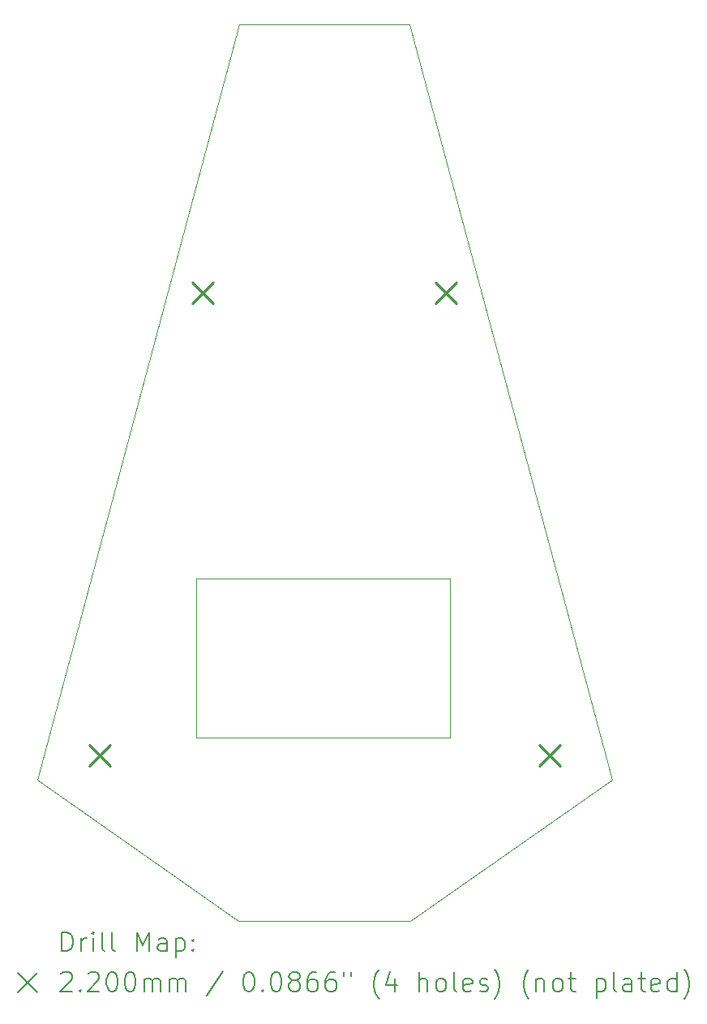
<source format=gbr>
%TF.GenerationSoftware,KiCad,Pcbnew,9.0.7*%
%TF.CreationDate,2026-02-21T19:36:55+09:00*%
%TF.ProjectId,mcu-cover,6d63752d-636f-4766-9572-2e6b69636164,rev?*%
%TF.SameCoordinates,Original*%
%TF.FileFunction,Drillmap*%
%TF.FilePolarity,Positive*%
%FSLAX45Y45*%
G04 Gerber Fmt 4.5, Leading zero omitted, Abs format (unit mm)*
G04 Created by KiCad (PCBNEW 9.0.7) date 2026-02-21 19:36:55*
%MOMM*%
%LPD*%
G01*
G04 APERTURE LIST*
%ADD10C,0.050000*%
%ADD11C,0.200000*%
%ADD12C,0.220000*%
G04 APERTURE END LIST*
D10*
X13253720Y-12984480D02*
X13253720Y-11320780D01*
X13705840Y-5542280D02*
X15483840Y-5542280D01*
X15900400Y-11320780D02*
X15900400Y-12984480D01*
X17594580Y-13418820D02*
X15486380Y-14894560D01*
X15483840Y-5542280D02*
X17594580Y-13418820D01*
X11592560Y-13423900D02*
X13692420Y-14894560D01*
X13253720Y-11320780D02*
X15900400Y-11320780D01*
X15900400Y-12984480D02*
X13253720Y-12984480D01*
X13705840Y-5542280D02*
X11592560Y-13423900D01*
X15486380Y-14894560D02*
X13693140Y-14894560D01*
D11*
D12*
X12135244Y-13053756D02*
X12355244Y-13273756D01*
X12355244Y-13053756D02*
X12135244Y-13273756D01*
X13214744Y-8227757D02*
X13434744Y-8447757D01*
X13434744Y-8227757D02*
X13214744Y-8447757D01*
X15754744Y-8227757D02*
X15974744Y-8447757D01*
X15974744Y-8227757D02*
X15754744Y-8447757D01*
X16834243Y-13053758D02*
X17054243Y-13273758D01*
X17054243Y-13053758D02*
X16834243Y-13273758D01*
D11*
X11850837Y-15208544D02*
X11850837Y-15008544D01*
X11850837Y-15008544D02*
X11898456Y-15008544D01*
X11898456Y-15008544D02*
X11927027Y-15018068D01*
X11927027Y-15018068D02*
X11946075Y-15037115D01*
X11946075Y-15037115D02*
X11955599Y-15056163D01*
X11955599Y-15056163D02*
X11965122Y-15094258D01*
X11965122Y-15094258D02*
X11965122Y-15122829D01*
X11965122Y-15122829D02*
X11955599Y-15160925D01*
X11955599Y-15160925D02*
X11946075Y-15179972D01*
X11946075Y-15179972D02*
X11927027Y-15199020D01*
X11927027Y-15199020D02*
X11898456Y-15208544D01*
X11898456Y-15208544D02*
X11850837Y-15208544D01*
X12050837Y-15208544D02*
X12050837Y-15075210D01*
X12050837Y-15113306D02*
X12060361Y-15094258D01*
X12060361Y-15094258D02*
X12069884Y-15084734D01*
X12069884Y-15084734D02*
X12088932Y-15075210D01*
X12088932Y-15075210D02*
X12107980Y-15075210D01*
X12174646Y-15208544D02*
X12174646Y-15075210D01*
X12174646Y-15008544D02*
X12165122Y-15018068D01*
X12165122Y-15018068D02*
X12174646Y-15027591D01*
X12174646Y-15027591D02*
X12184170Y-15018068D01*
X12184170Y-15018068D02*
X12174646Y-15008544D01*
X12174646Y-15008544D02*
X12174646Y-15027591D01*
X12298456Y-15208544D02*
X12279408Y-15199020D01*
X12279408Y-15199020D02*
X12269884Y-15179972D01*
X12269884Y-15179972D02*
X12269884Y-15008544D01*
X12403218Y-15208544D02*
X12384170Y-15199020D01*
X12384170Y-15199020D02*
X12374646Y-15179972D01*
X12374646Y-15179972D02*
X12374646Y-15008544D01*
X12631789Y-15208544D02*
X12631789Y-15008544D01*
X12631789Y-15008544D02*
X12698456Y-15151401D01*
X12698456Y-15151401D02*
X12765122Y-15008544D01*
X12765122Y-15008544D02*
X12765122Y-15208544D01*
X12946075Y-15208544D02*
X12946075Y-15103782D01*
X12946075Y-15103782D02*
X12936551Y-15084734D01*
X12936551Y-15084734D02*
X12917503Y-15075210D01*
X12917503Y-15075210D02*
X12879408Y-15075210D01*
X12879408Y-15075210D02*
X12860361Y-15084734D01*
X12946075Y-15199020D02*
X12927027Y-15208544D01*
X12927027Y-15208544D02*
X12879408Y-15208544D01*
X12879408Y-15208544D02*
X12860361Y-15199020D01*
X12860361Y-15199020D02*
X12850837Y-15179972D01*
X12850837Y-15179972D02*
X12850837Y-15160925D01*
X12850837Y-15160925D02*
X12860361Y-15141877D01*
X12860361Y-15141877D02*
X12879408Y-15132353D01*
X12879408Y-15132353D02*
X12927027Y-15132353D01*
X12927027Y-15132353D02*
X12946075Y-15122829D01*
X13041313Y-15075210D02*
X13041313Y-15275210D01*
X13041313Y-15084734D02*
X13060361Y-15075210D01*
X13060361Y-15075210D02*
X13098456Y-15075210D01*
X13098456Y-15075210D02*
X13117503Y-15084734D01*
X13117503Y-15084734D02*
X13127027Y-15094258D01*
X13127027Y-15094258D02*
X13136551Y-15113306D01*
X13136551Y-15113306D02*
X13136551Y-15170448D01*
X13136551Y-15170448D02*
X13127027Y-15189496D01*
X13127027Y-15189496D02*
X13117503Y-15199020D01*
X13117503Y-15199020D02*
X13098456Y-15208544D01*
X13098456Y-15208544D02*
X13060361Y-15208544D01*
X13060361Y-15208544D02*
X13041313Y-15199020D01*
X13222265Y-15189496D02*
X13231789Y-15199020D01*
X13231789Y-15199020D02*
X13222265Y-15208544D01*
X13222265Y-15208544D02*
X13212742Y-15199020D01*
X13212742Y-15199020D02*
X13222265Y-15189496D01*
X13222265Y-15189496D02*
X13222265Y-15208544D01*
X13222265Y-15084734D02*
X13231789Y-15094258D01*
X13231789Y-15094258D02*
X13222265Y-15103782D01*
X13222265Y-15103782D02*
X13212742Y-15094258D01*
X13212742Y-15094258D02*
X13222265Y-15084734D01*
X13222265Y-15084734D02*
X13222265Y-15103782D01*
X11390060Y-15437060D02*
X11590060Y-15637060D01*
X11590060Y-15437060D02*
X11390060Y-15637060D01*
X11841313Y-15447591D02*
X11850837Y-15438068D01*
X11850837Y-15438068D02*
X11869884Y-15428544D01*
X11869884Y-15428544D02*
X11917503Y-15428544D01*
X11917503Y-15428544D02*
X11936551Y-15438068D01*
X11936551Y-15438068D02*
X11946075Y-15447591D01*
X11946075Y-15447591D02*
X11955599Y-15466639D01*
X11955599Y-15466639D02*
X11955599Y-15485687D01*
X11955599Y-15485687D02*
X11946075Y-15514258D01*
X11946075Y-15514258D02*
X11831789Y-15628544D01*
X11831789Y-15628544D02*
X11955599Y-15628544D01*
X12041313Y-15609496D02*
X12050837Y-15619020D01*
X12050837Y-15619020D02*
X12041313Y-15628544D01*
X12041313Y-15628544D02*
X12031789Y-15619020D01*
X12031789Y-15619020D02*
X12041313Y-15609496D01*
X12041313Y-15609496D02*
X12041313Y-15628544D01*
X12127027Y-15447591D02*
X12136551Y-15438068D01*
X12136551Y-15438068D02*
X12155599Y-15428544D01*
X12155599Y-15428544D02*
X12203218Y-15428544D01*
X12203218Y-15428544D02*
X12222265Y-15438068D01*
X12222265Y-15438068D02*
X12231789Y-15447591D01*
X12231789Y-15447591D02*
X12241313Y-15466639D01*
X12241313Y-15466639D02*
X12241313Y-15485687D01*
X12241313Y-15485687D02*
X12231789Y-15514258D01*
X12231789Y-15514258D02*
X12117503Y-15628544D01*
X12117503Y-15628544D02*
X12241313Y-15628544D01*
X12365122Y-15428544D02*
X12384170Y-15428544D01*
X12384170Y-15428544D02*
X12403218Y-15438068D01*
X12403218Y-15438068D02*
X12412742Y-15447591D01*
X12412742Y-15447591D02*
X12422265Y-15466639D01*
X12422265Y-15466639D02*
X12431789Y-15504734D01*
X12431789Y-15504734D02*
X12431789Y-15552353D01*
X12431789Y-15552353D02*
X12422265Y-15590448D01*
X12422265Y-15590448D02*
X12412742Y-15609496D01*
X12412742Y-15609496D02*
X12403218Y-15619020D01*
X12403218Y-15619020D02*
X12384170Y-15628544D01*
X12384170Y-15628544D02*
X12365122Y-15628544D01*
X12365122Y-15628544D02*
X12346075Y-15619020D01*
X12346075Y-15619020D02*
X12336551Y-15609496D01*
X12336551Y-15609496D02*
X12327027Y-15590448D01*
X12327027Y-15590448D02*
X12317503Y-15552353D01*
X12317503Y-15552353D02*
X12317503Y-15504734D01*
X12317503Y-15504734D02*
X12327027Y-15466639D01*
X12327027Y-15466639D02*
X12336551Y-15447591D01*
X12336551Y-15447591D02*
X12346075Y-15438068D01*
X12346075Y-15438068D02*
X12365122Y-15428544D01*
X12555599Y-15428544D02*
X12574646Y-15428544D01*
X12574646Y-15428544D02*
X12593694Y-15438068D01*
X12593694Y-15438068D02*
X12603218Y-15447591D01*
X12603218Y-15447591D02*
X12612742Y-15466639D01*
X12612742Y-15466639D02*
X12622265Y-15504734D01*
X12622265Y-15504734D02*
X12622265Y-15552353D01*
X12622265Y-15552353D02*
X12612742Y-15590448D01*
X12612742Y-15590448D02*
X12603218Y-15609496D01*
X12603218Y-15609496D02*
X12593694Y-15619020D01*
X12593694Y-15619020D02*
X12574646Y-15628544D01*
X12574646Y-15628544D02*
X12555599Y-15628544D01*
X12555599Y-15628544D02*
X12536551Y-15619020D01*
X12536551Y-15619020D02*
X12527027Y-15609496D01*
X12527027Y-15609496D02*
X12517503Y-15590448D01*
X12517503Y-15590448D02*
X12507980Y-15552353D01*
X12507980Y-15552353D02*
X12507980Y-15504734D01*
X12507980Y-15504734D02*
X12517503Y-15466639D01*
X12517503Y-15466639D02*
X12527027Y-15447591D01*
X12527027Y-15447591D02*
X12536551Y-15438068D01*
X12536551Y-15438068D02*
X12555599Y-15428544D01*
X12707980Y-15628544D02*
X12707980Y-15495210D01*
X12707980Y-15514258D02*
X12717503Y-15504734D01*
X12717503Y-15504734D02*
X12736551Y-15495210D01*
X12736551Y-15495210D02*
X12765123Y-15495210D01*
X12765123Y-15495210D02*
X12784170Y-15504734D01*
X12784170Y-15504734D02*
X12793694Y-15523782D01*
X12793694Y-15523782D02*
X12793694Y-15628544D01*
X12793694Y-15523782D02*
X12803218Y-15504734D01*
X12803218Y-15504734D02*
X12822265Y-15495210D01*
X12822265Y-15495210D02*
X12850837Y-15495210D01*
X12850837Y-15495210D02*
X12869884Y-15504734D01*
X12869884Y-15504734D02*
X12879408Y-15523782D01*
X12879408Y-15523782D02*
X12879408Y-15628544D01*
X12974646Y-15628544D02*
X12974646Y-15495210D01*
X12974646Y-15514258D02*
X12984170Y-15504734D01*
X12984170Y-15504734D02*
X13003218Y-15495210D01*
X13003218Y-15495210D02*
X13031789Y-15495210D01*
X13031789Y-15495210D02*
X13050837Y-15504734D01*
X13050837Y-15504734D02*
X13060361Y-15523782D01*
X13060361Y-15523782D02*
X13060361Y-15628544D01*
X13060361Y-15523782D02*
X13069884Y-15504734D01*
X13069884Y-15504734D02*
X13088932Y-15495210D01*
X13088932Y-15495210D02*
X13117503Y-15495210D01*
X13117503Y-15495210D02*
X13136551Y-15504734D01*
X13136551Y-15504734D02*
X13146075Y-15523782D01*
X13146075Y-15523782D02*
X13146075Y-15628544D01*
X13536551Y-15419020D02*
X13365123Y-15676163D01*
X13793694Y-15428544D02*
X13812742Y-15428544D01*
X13812742Y-15428544D02*
X13831789Y-15438068D01*
X13831789Y-15438068D02*
X13841313Y-15447591D01*
X13841313Y-15447591D02*
X13850837Y-15466639D01*
X13850837Y-15466639D02*
X13860361Y-15504734D01*
X13860361Y-15504734D02*
X13860361Y-15552353D01*
X13860361Y-15552353D02*
X13850837Y-15590448D01*
X13850837Y-15590448D02*
X13841313Y-15609496D01*
X13841313Y-15609496D02*
X13831789Y-15619020D01*
X13831789Y-15619020D02*
X13812742Y-15628544D01*
X13812742Y-15628544D02*
X13793694Y-15628544D01*
X13793694Y-15628544D02*
X13774646Y-15619020D01*
X13774646Y-15619020D02*
X13765123Y-15609496D01*
X13765123Y-15609496D02*
X13755599Y-15590448D01*
X13755599Y-15590448D02*
X13746075Y-15552353D01*
X13746075Y-15552353D02*
X13746075Y-15504734D01*
X13746075Y-15504734D02*
X13755599Y-15466639D01*
X13755599Y-15466639D02*
X13765123Y-15447591D01*
X13765123Y-15447591D02*
X13774646Y-15438068D01*
X13774646Y-15438068D02*
X13793694Y-15428544D01*
X13946075Y-15609496D02*
X13955599Y-15619020D01*
X13955599Y-15619020D02*
X13946075Y-15628544D01*
X13946075Y-15628544D02*
X13936551Y-15619020D01*
X13936551Y-15619020D02*
X13946075Y-15609496D01*
X13946075Y-15609496D02*
X13946075Y-15628544D01*
X14079408Y-15428544D02*
X14098456Y-15428544D01*
X14098456Y-15428544D02*
X14117504Y-15438068D01*
X14117504Y-15438068D02*
X14127027Y-15447591D01*
X14127027Y-15447591D02*
X14136551Y-15466639D01*
X14136551Y-15466639D02*
X14146075Y-15504734D01*
X14146075Y-15504734D02*
X14146075Y-15552353D01*
X14146075Y-15552353D02*
X14136551Y-15590448D01*
X14136551Y-15590448D02*
X14127027Y-15609496D01*
X14127027Y-15609496D02*
X14117504Y-15619020D01*
X14117504Y-15619020D02*
X14098456Y-15628544D01*
X14098456Y-15628544D02*
X14079408Y-15628544D01*
X14079408Y-15628544D02*
X14060361Y-15619020D01*
X14060361Y-15619020D02*
X14050837Y-15609496D01*
X14050837Y-15609496D02*
X14041313Y-15590448D01*
X14041313Y-15590448D02*
X14031789Y-15552353D01*
X14031789Y-15552353D02*
X14031789Y-15504734D01*
X14031789Y-15504734D02*
X14041313Y-15466639D01*
X14041313Y-15466639D02*
X14050837Y-15447591D01*
X14050837Y-15447591D02*
X14060361Y-15438068D01*
X14060361Y-15438068D02*
X14079408Y-15428544D01*
X14260361Y-15514258D02*
X14241313Y-15504734D01*
X14241313Y-15504734D02*
X14231789Y-15495210D01*
X14231789Y-15495210D02*
X14222266Y-15476163D01*
X14222266Y-15476163D02*
X14222266Y-15466639D01*
X14222266Y-15466639D02*
X14231789Y-15447591D01*
X14231789Y-15447591D02*
X14241313Y-15438068D01*
X14241313Y-15438068D02*
X14260361Y-15428544D01*
X14260361Y-15428544D02*
X14298456Y-15428544D01*
X14298456Y-15428544D02*
X14317504Y-15438068D01*
X14317504Y-15438068D02*
X14327027Y-15447591D01*
X14327027Y-15447591D02*
X14336551Y-15466639D01*
X14336551Y-15466639D02*
X14336551Y-15476163D01*
X14336551Y-15476163D02*
X14327027Y-15495210D01*
X14327027Y-15495210D02*
X14317504Y-15504734D01*
X14317504Y-15504734D02*
X14298456Y-15514258D01*
X14298456Y-15514258D02*
X14260361Y-15514258D01*
X14260361Y-15514258D02*
X14241313Y-15523782D01*
X14241313Y-15523782D02*
X14231789Y-15533306D01*
X14231789Y-15533306D02*
X14222266Y-15552353D01*
X14222266Y-15552353D02*
X14222266Y-15590448D01*
X14222266Y-15590448D02*
X14231789Y-15609496D01*
X14231789Y-15609496D02*
X14241313Y-15619020D01*
X14241313Y-15619020D02*
X14260361Y-15628544D01*
X14260361Y-15628544D02*
X14298456Y-15628544D01*
X14298456Y-15628544D02*
X14317504Y-15619020D01*
X14317504Y-15619020D02*
X14327027Y-15609496D01*
X14327027Y-15609496D02*
X14336551Y-15590448D01*
X14336551Y-15590448D02*
X14336551Y-15552353D01*
X14336551Y-15552353D02*
X14327027Y-15533306D01*
X14327027Y-15533306D02*
X14317504Y-15523782D01*
X14317504Y-15523782D02*
X14298456Y-15514258D01*
X14507980Y-15428544D02*
X14469885Y-15428544D01*
X14469885Y-15428544D02*
X14450837Y-15438068D01*
X14450837Y-15438068D02*
X14441313Y-15447591D01*
X14441313Y-15447591D02*
X14422266Y-15476163D01*
X14422266Y-15476163D02*
X14412742Y-15514258D01*
X14412742Y-15514258D02*
X14412742Y-15590448D01*
X14412742Y-15590448D02*
X14422266Y-15609496D01*
X14422266Y-15609496D02*
X14431789Y-15619020D01*
X14431789Y-15619020D02*
X14450837Y-15628544D01*
X14450837Y-15628544D02*
X14488932Y-15628544D01*
X14488932Y-15628544D02*
X14507980Y-15619020D01*
X14507980Y-15619020D02*
X14517504Y-15609496D01*
X14517504Y-15609496D02*
X14527027Y-15590448D01*
X14527027Y-15590448D02*
X14527027Y-15542829D01*
X14527027Y-15542829D02*
X14517504Y-15523782D01*
X14517504Y-15523782D02*
X14507980Y-15514258D01*
X14507980Y-15514258D02*
X14488932Y-15504734D01*
X14488932Y-15504734D02*
X14450837Y-15504734D01*
X14450837Y-15504734D02*
X14431789Y-15514258D01*
X14431789Y-15514258D02*
X14422266Y-15523782D01*
X14422266Y-15523782D02*
X14412742Y-15542829D01*
X14698456Y-15428544D02*
X14660361Y-15428544D01*
X14660361Y-15428544D02*
X14641313Y-15438068D01*
X14641313Y-15438068D02*
X14631789Y-15447591D01*
X14631789Y-15447591D02*
X14612742Y-15476163D01*
X14612742Y-15476163D02*
X14603218Y-15514258D01*
X14603218Y-15514258D02*
X14603218Y-15590448D01*
X14603218Y-15590448D02*
X14612742Y-15609496D01*
X14612742Y-15609496D02*
X14622266Y-15619020D01*
X14622266Y-15619020D02*
X14641313Y-15628544D01*
X14641313Y-15628544D02*
X14679408Y-15628544D01*
X14679408Y-15628544D02*
X14698456Y-15619020D01*
X14698456Y-15619020D02*
X14707980Y-15609496D01*
X14707980Y-15609496D02*
X14717504Y-15590448D01*
X14717504Y-15590448D02*
X14717504Y-15542829D01*
X14717504Y-15542829D02*
X14707980Y-15523782D01*
X14707980Y-15523782D02*
X14698456Y-15514258D01*
X14698456Y-15514258D02*
X14679408Y-15504734D01*
X14679408Y-15504734D02*
X14641313Y-15504734D01*
X14641313Y-15504734D02*
X14622266Y-15514258D01*
X14622266Y-15514258D02*
X14612742Y-15523782D01*
X14612742Y-15523782D02*
X14603218Y-15542829D01*
X14793694Y-15428544D02*
X14793694Y-15466639D01*
X14869885Y-15428544D02*
X14869885Y-15466639D01*
X15165123Y-15704734D02*
X15155599Y-15695210D01*
X15155599Y-15695210D02*
X15136551Y-15666639D01*
X15136551Y-15666639D02*
X15127028Y-15647591D01*
X15127028Y-15647591D02*
X15117504Y-15619020D01*
X15117504Y-15619020D02*
X15107980Y-15571401D01*
X15107980Y-15571401D02*
X15107980Y-15533306D01*
X15107980Y-15533306D02*
X15117504Y-15485687D01*
X15117504Y-15485687D02*
X15127028Y-15457115D01*
X15127028Y-15457115D02*
X15136551Y-15438068D01*
X15136551Y-15438068D02*
X15155599Y-15409496D01*
X15155599Y-15409496D02*
X15165123Y-15399972D01*
X15327028Y-15495210D02*
X15327028Y-15628544D01*
X15279408Y-15419020D02*
X15231789Y-15561877D01*
X15231789Y-15561877D02*
X15355599Y-15561877D01*
X15584170Y-15628544D02*
X15584170Y-15428544D01*
X15669885Y-15628544D02*
X15669885Y-15523782D01*
X15669885Y-15523782D02*
X15660361Y-15504734D01*
X15660361Y-15504734D02*
X15641313Y-15495210D01*
X15641313Y-15495210D02*
X15612742Y-15495210D01*
X15612742Y-15495210D02*
X15593694Y-15504734D01*
X15593694Y-15504734D02*
X15584170Y-15514258D01*
X15793694Y-15628544D02*
X15774647Y-15619020D01*
X15774647Y-15619020D02*
X15765123Y-15609496D01*
X15765123Y-15609496D02*
X15755599Y-15590448D01*
X15755599Y-15590448D02*
X15755599Y-15533306D01*
X15755599Y-15533306D02*
X15765123Y-15514258D01*
X15765123Y-15514258D02*
X15774647Y-15504734D01*
X15774647Y-15504734D02*
X15793694Y-15495210D01*
X15793694Y-15495210D02*
X15822266Y-15495210D01*
X15822266Y-15495210D02*
X15841313Y-15504734D01*
X15841313Y-15504734D02*
X15850837Y-15514258D01*
X15850837Y-15514258D02*
X15860361Y-15533306D01*
X15860361Y-15533306D02*
X15860361Y-15590448D01*
X15860361Y-15590448D02*
X15850837Y-15609496D01*
X15850837Y-15609496D02*
X15841313Y-15619020D01*
X15841313Y-15619020D02*
X15822266Y-15628544D01*
X15822266Y-15628544D02*
X15793694Y-15628544D01*
X15974647Y-15628544D02*
X15955599Y-15619020D01*
X15955599Y-15619020D02*
X15946075Y-15599972D01*
X15946075Y-15599972D02*
X15946075Y-15428544D01*
X16127028Y-15619020D02*
X16107980Y-15628544D01*
X16107980Y-15628544D02*
X16069885Y-15628544D01*
X16069885Y-15628544D02*
X16050837Y-15619020D01*
X16050837Y-15619020D02*
X16041313Y-15599972D01*
X16041313Y-15599972D02*
X16041313Y-15523782D01*
X16041313Y-15523782D02*
X16050837Y-15504734D01*
X16050837Y-15504734D02*
X16069885Y-15495210D01*
X16069885Y-15495210D02*
X16107980Y-15495210D01*
X16107980Y-15495210D02*
X16127028Y-15504734D01*
X16127028Y-15504734D02*
X16136551Y-15523782D01*
X16136551Y-15523782D02*
X16136551Y-15542829D01*
X16136551Y-15542829D02*
X16041313Y-15561877D01*
X16212742Y-15619020D02*
X16231790Y-15628544D01*
X16231790Y-15628544D02*
X16269885Y-15628544D01*
X16269885Y-15628544D02*
X16288932Y-15619020D01*
X16288932Y-15619020D02*
X16298456Y-15599972D01*
X16298456Y-15599972D02*
X16298456Y-15590448D01*
X16298456Y-15590448D02*
X16288932Y-15571401D01*
X16288932Y-15571401D02*
X16269885Y-15561877D01*
X16269885Y-15561877D02*
X16241313Y-15561877D01*
X16241313Y-15561877D02*
X16222266Y-15552353D01*
X16222266Y-15552353D02*
X16212742Y-15533306D01*
X16212742Y-15533306D02*
X16212742Y-15523782D01*
X16212742Y-15523782D02*
X16222266Y-15504734D01*
X16222266Y-15504734D02*
X16241313Y-15495210D01*
X16241313Y-15495210D02*
X16269885Y-15495210D01*
X16269885Y-15495210D02*
X16288932Y-15504734D01*
X16365123Y-15704734D02*
X16374647Y-15695210D01*
X16374647Y-15695210D02*
X16393694Y-15666639D01*
X16393694Y-15666639D02*
X16403218Y-15647591D01*
X16403218Y-15647591D02*
X16412742Y-15619020D01*
X16412742Y-15619020D02*
X16422266Y-15571401D01*
X16422266Y-15571401D02*
X16422266Y-15533306D01*
X16422266Y-15533306D02*
X16412742Y-15485687D01*
X16412742Y-15485687D02*
X16403218Y-15457115D01*
X16403218Y-15457115D02*
X16393694Y-15438068D01*
X16393694Y-15438068D02*
X16374647Y-15409496D01*
X16374647Y-15409496D02*
X16365123Y-15399972D01*
X16727028Y-15704734D02*
X16717504Y-15695210D01*
X16717504Y-15695210D02*
X16698456Y-15666639D01*
X16698456Y-15666639D02*
X16688932Y-15647591D01*
X16688932Y-15647591D02*
X16679409Y-15619020D01*
X16679409Y-15619020D02*
X16669885Y-15571401D01*
X16669885Y-15571401D02*
X16669885Y-15533306D01*
X16669885Y-15533306D02*
X16679409Y-15485687D01*
X16679409Y-15485687D02*
X16688932Y-15457115D01*
X16688932Y-15457115D02*
X16698456Y-15438068D01*
X16698456Y-15438068D02*
X16717504Y-15409496D01*
X16717504Y-15409496D02*
X16727028Y-15399972D01*
X16803218Y-15495210D02*
X16803218Y-15628544D01*
X16803218Y-15514258D02*
X16812742Y-15504734D01*
X16812742Y-15504734D02*
X16831790Y-15495210D01*
X16831790Y-15495210D02*
X16860361Y-15495210D01*
X16860361Y-15495210D02*
X16879409Y-15504734D01*
X16879409Y-15504734D02*
X16888933Y-15523782D01*
X16888933Y-15523782D02*
X16888933Y-15628544D01*
X17012742Y-15628544D02*
X16993694Y-15619020D01*
X16993694Y-15619020D02*
X16984171Y-15609496D01*
X16984171Y-15609496D02*
X16974647Y-15590448D01*
X16974647Y-15590448D02*
X16974647Y-15533306D01*
X16974647Y-15533306D02*
X16984171Y-15514258D01*
X16984171Y-15514258D02*
X16993694Y-15504734D01*
X16993694Y-15504734D02*
X17012742Y-15495210D01*
X17012742Y-15495210D02*
X17041314Y-15495210D01*
X17041314Y-15495210D02*
X17060361Y-15504734D01*
X17060361Y-15504734D02*
X17069885Y-15514258D01*
X17069885Y-15514258D02*
X17079409Y-15533306D01*
X17079409Y-15533306D02*
X17079409Y-15590448D01*
X17079409Y-15590448D02*
X17069885Y-15609496D01*
X17069885Y-15609496D02*
X17060361Y-15619020D01*
X17060361Y-15619020D02*
X17041314Y-15628544D01*
X17041314Y-15628544D02*
X17012742Y-15628544D01*
X17136552Y-15495210D02*
X17212742Y-15495210D01*
X17165123Y-15428544D02*
X17165123Y-15599972D01*
X17165123Y-15599972D02*
X17174647Y-15619020D01*
X17174647Y-15619020D02*
X17193694Y-15628544D01*
X17193694Y-15628544D02*
X17212742Y-15628544D01*
X17431790Y-15495210D02*
X17431790Y-15695210D01*
X17431790Y-15504734D02*
X17450837Y-15495210D01*
X17450837Y-15495210D02*
X17488933Y-15495210D01*
X17488933Y-15495210D02*
X17507980Y-15504734D01*
X17507980Y-15504734D02*
X17517504Y-15514258D01*
X17517504Y-15514258D02*
X17527028Y-15533306D01*
X17527028Y-15533306D02*
X17527028Y-15590448D01*
X17527028Y-15590448D02*
X17517504Y-15609496D01*
X17517504Y-15609496D02*
X17507980Y-15619020D01*
X17507980Y-15619020D02*
X17488933Y-15628544D01*
X17488933Y-15628544D02*
X17450837Y-15628544D01*
X17450837Y-15628544D02*
X17431790Y-15619020D01*
X17641314Y-15628544D02*
X17622266Y-15619020D01*
X17622266Y-15619020D02*
X17612742Y-15599972D01*
X17612742Y-15599972D02*
X17612742Y-15428544D01*
X17803218Y-15628544D02*
X17803218Y-15523782D01*
X17803218Y-15523782D02*
X17793695Y-15504734D01*
X17793695Y-15504734D02*
X17774647Y-15495210D01*
X17774647Y-15495210D02*
X17736552Y-15495210D01*
X17736552Y-15495210D02*
X17717504Y-15504734D01*
X17803218Y-15619020D02*
X17784171Y-15628544D01*
X17784171Y-15628544D02*
X17736552Y-15628544D01*
X17736552Y-15628544D02*
X17717504Y-15619020D01*
X17717504Y-15619020D02*
X17707980Y-15599972D01*
X17707980Y-15599972D02*
X17707980Y-15580925D01*
X17707980Y-15580925D02*
X17717504Y-15561877D01*
X17717504Y-15561877D02*
X17736552Y-15552353D01*
X17736552Y-15552353D02*
X17784171Y-15552353D01*
X17784171Y-15552353D02*
X17803218Y-15542829D01*
X17869885Y-15495210D02*
X17946075Y-15495210D01*
X17898456Y-15428544D02*
X17898456Y-15599972D01*
X17898456Y-15599972D02*
X17907980Y-15619020D01*
X17907980Y-15619020D02*
X17927028Y-15628544D01*
X17927028Y-15628544D02*
X17946075Y-15628544D01*
X18088933Y-15619020D02*
X18069885Y-15628544D01*
X18069885Y-15628544D02*
X18031790Y-15628544D01*
X18031790Y-15628544D02*
X18012742Y-15619020D01*
X18012742Y-15619020D02*
X18003218Y-15599972D01*
X18003218Y-15599972D02*
X18003218Y-15523782D01*
X18003218Y-15523782D02*
X18012742Y-15504734D01*
X18012742Y-15504734D02*
X18031790Y-15495210D01*
X18031790Y-15495210D02*
X18069885Y-15495210D01*
X18069885Y-15495210D02*
X18088933Y-15504734D01*
X18088933Y-15504734D02*
X18098456Y-15523782D01*
X18098456Y-15523782D02*
X18098456Y-15542829D01*
X18098456Y-15542829D02*
X18003218Y-15561877D01*
X18269885Y-15628544D02*
X18269885Y-15428544D01*
X18269885Y-15619020D02*
X18250837Y-15628544D01*
X18250837Y-15628544D02*
X18212742Y-15628544D01*
X18212742Y-15628544D02*
X18193695Y-15619020D01*
X18193695Y-15619020D02*
X18184171Y-15609496D01*
X18184171Y-15609496D02*
X18174647Y-15590448D01*
X18174647Y-15590448D02*
X18174647Y-15533306D01*
X18174647Y-15533306D02*
X18184171Y-15514258D01*
X18184171Y-15514258D02*
X18193695Y-15504734D01*
X18193695Y-15504734D02*
X18212742Y-15495210D01*
X18212742Y-15495210D02*
X18250837Y-15495210D01*
X18250837Y-15495210D02*
X18269885Y-15504734D01*
X18346076Y-15704734D02*
X18355599Y-15695210D01*
X18355599Y-15695210D02*
X18374647Y-15666639D01*
X18374647Y-15666639D02*
X18384171Y-15647591D01*
X18384171Y-15647591D02*
X18393695Y-15619020D01*
X18393695Y-15619020D02*
X18403218Y-15571401D01*
X18403218Y-15571401D02*
X18403218Y-15533306D01*
X18403218Y-15533306D02*
X18393695Y-15485687D01*
X18393695Y-15485687D02*
X18384171Y-15457115D01*
X18384171Y-15457115D02*
X18374647Y-15438068D01*
X18374647Y-15438068D02*
X18355599Y-15409496D01*
X18355599Y-15409496D02*
X18346076Y-15399972D01*
M02*

</source>
